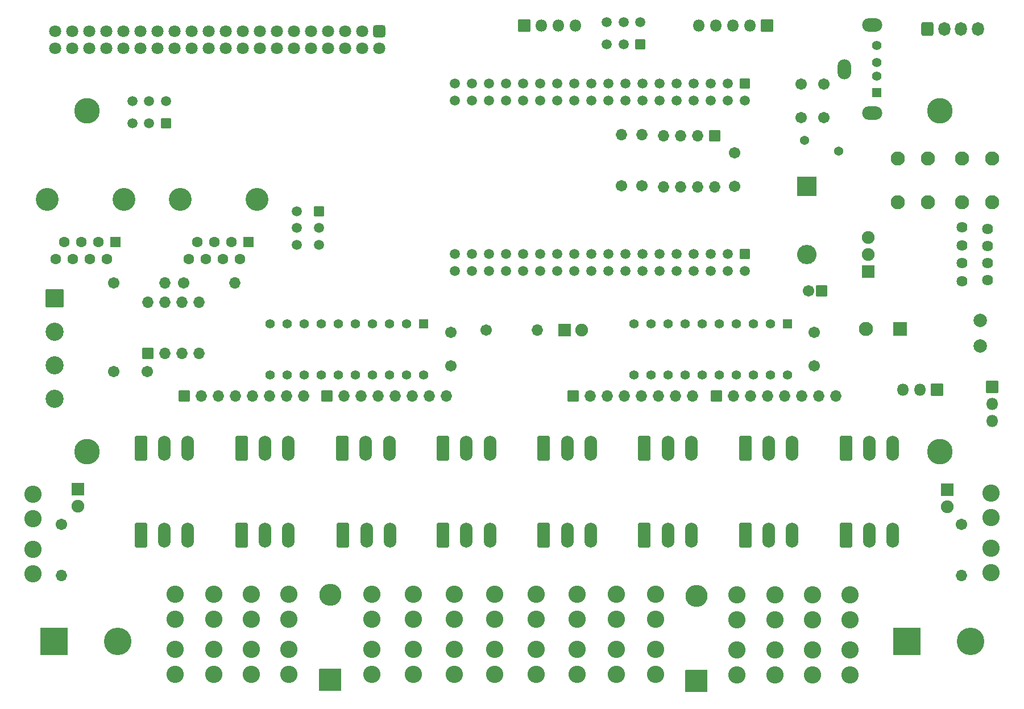
<source format=gbr>
%TF.GenerationSoftware,KiCad,Pcbnew,(6.0.9)*%
%TF.CreationDate,2023-01-07T17:50:50-05:00*%
%TF.ProjectId,PB_16,50425f31-362e-46b6-9963-61645f706362,v1.0h*%
%TF.SameCoordinates,Original*%
%TF.FileFunction,Soldermask,Top*%
%TF.FilePolarity,Negative*%
%FSLAX46Y46*%
G04 Gerber Fmt 4.6, Leading zero omitted, Abs format (unit mm)*
G04 Created by KiCad (PCBNEW (6.0.9)) date 2023-01-07 17:50:50*
%MOMM*%
%LPD*%
G01*
G04 APERTURE LIST*
G04 Aperture macros list*
%AMRoundRect*
0 Rectangle with rounded corners*
0 $1 Rounding radius*
0 $2 $3 $4 $5 $6 $7 $8 $9 X,Y pos of 4 corners*
0 Add a 4 corners polygon primitive as box body*
4,1,4,$2,$3,$4,$5,$6,$7,$8,$9,$2,$3,0*
0 Add four circle primitives for the rounded corners*
1,1,$1+$1,$2,$3*
1,1,$1+$1,$4,$5*
1,1,$1+$1,$6,$7*
1,1,$1+$1,$8,$9*
0 Add four rect primitives between the rounded corners*
20,1,$1+$1,$2,$3,$4,$5,0*
20,1,$1+$1,$4,$5,$6,$7,0*
20,1,$1+$1,$6,$7,$8,$9,0*
20,1,$1+$1,$8,$9,$2,$3,0*%
G04 Aperture macros list end*
%ADD10RoundRect,0.051000X-0.900000X0.900000X-0.900000X-0.900000X0.900000X-0.900000X0.900000X0.900000X0*%
%ADD11C,1.902000*%
%ADD12C,1.626000*%
%ADD13RoundRect,0.301000X-0.600000X0.600000X-0.600000X-0.600000X0.600000X-0.600000X0.600000X0.600000X0*%
%ADD14C,1.802000*%
%ADD15RoundRect,0.051000X0.800000X0.800000X-0.800000X0.800000X-0.800000X-0.800000X0.800000X-0.800000X0*%
%ADD16C,1.702000*%
%ADD17RoundRect,0.301000X-0.650000X-1.550000X0.650000X-1.550000X0.650000X1.550000X-0.650000X1.550000X0*%
%ADD18O,1.902000X3.702000*%
%ADD19RoundRect,0.051000X-0.647700X0.647700X-0.647700X-0.647700X0.647700X-0.647700X0.647700X0.647700X0*%
%ADD20C,1.397400*%
%ADD21C,2.577000*%
%ADD22RoundRect,0.051000X1.600000X-1.600000X1.600000X1.600000X-1.600000X1.600000X-1.600000X-1.600000X0*%
%ADD23O,3.302000X3.302000*%
%ADD24C,3.802000*%
%ADD25RoundRect,0.051000X-0.800000X-0.800000X0.800000X-0.800000X0.800000X0.800000X-0.800000X0.800000X0*%
%ADD26O,1.702000X1.702000*%
%ADD27RoundRect,0.051000X0.650000X-0.650000X0.650000X0.650000X-0.650000X0.650000X-0.650000X-0.650000X0*%
%ADD28C,1.402000*%
%ADD29O,3.002000X2.002000*%
%ADD30O,2.002000X3.002000*%
%ADD31RoundRect,0.051000X-0.850000X0.850000X-0.850000X-0.850000X0.850000X-0.850000X0.850000X0.850000X0*%
%ADD32O,1.802000X1.802000*%
%ADD33C,1.372000*%
%ADD34RoundRect,0.051000X-0.700000X0.700000X-0.700000X-0.700000X0.700000X-0.700000X0.700000X0.700000X0*%
%ADD35C,1.502000*%
%ADD36RoundRect,0.051000X-0.704000X0.704000X-0.704000X-0.704000X0.704000X-0.704000X0.704000X0.704000X0*%
%ADD37C,1.510000*%
%ADD38RoundRect,0.051000X0.850000X-0.850000X0.850000X0.850000X-0.850000X0.850000X-0.850000X-0.850000X0*%
%ADD39C,3.404000*%
%ADD40RoundRect,0.051000X0.750000X0.750000X-0.750000X0.750000X-0.750000X-0.750000X0.750000X-0.750000X0*%
%ADD41C,1.602000*%
%ADD42RoundRect,0.051000X-0.900000X-0.900000X0.900000X-0.900000X0.900000X0.900000X-0.900000X0.900000X0*%
%ADD43RoundRect,0.301000X-0.600000X-0.725000X0.600000X-0.725000X0.600000X0.725000X-0.600000X0.725000X0*%
%ADD44O,1.802000X2.052000*%
%ADD45RoundRect,0.051000X0.700000X0.700000X-0.700000X0.700000X-0.700000X-0.700000X0.700000X-0.700000X0*%
%ADD46RoundRect,0.051000X-0.850000X-0.850000X0.850000X-0.850000X0.850000X0.850000X-0.850000X0.850000X0*%
%ADD47C,2.006000*%
%ADD48RoundRect,0.051000X1.000000X1.000000X-1.000000X1.000000X-1.000000X-1.000000X1.000000X-1.000000X0*%
%ADD49C,2.102000*%
%ADD50RoundRect,0.051000X-0.800000X0.800000X-0.800000X-0.800000X0.800000X-0.800000X0.800000X0.800000X0*%
%ADD51RoundRect,0.051000X-1.300000X1.300000X-1.300000X-1.300000X1.300000X-1.300000X1.300000X1.300000X0*%
%ADD52C,2.702000*%
%ADD53RoundRect,0.051000X0.800000X-0.800000X0.800000X0.800000X-0.800000X0.800000X-0.800000X-0.800000X0*%
%ADD54RoundRect,0.051000X-1.400000X1.400000X-1.400000X-1.400000X1.400000X-1.400000X1.400000X1.400000X0*%
%ADD55O,2.902000X2.902000*%
%ADD56RoundRect,0.051000X-2.000000X-2.000000X2.000000X-2.000000X2.000000X2.000000X-2.000000X2.000000X0*%
%ADD57C,4.102000*%
G04 APERTURE END LIST*
D10*
%TO.C,U2*%
X-3698200Y39365700D03*
D11*
X-3698200Y41905700D03*
X-3698200Y44445700D03*
D12*
X14081800Y45715700D03*
X14081800Y43175700D03*
X14081800Y40635700D03*
X14081800Y38095700D03*
X10271800Y45947640D03*
X10271800Y43252700D03*
X10271800Y40558700D03*
X10271800Y37863760D03*
%TD*%
D13*
%TO.C,J24*%
X-76554600Y75114900D03*
D14*
X-76554600Y72574900D03*
X-79094600Y75114900D03*
X-79094600Y72574900D03*
X-81634600Y75114900D03*
X-81634600Y72574900D03*
X-84174600Y75114900D03*
X-84174600Y72574900D03*
X-86714600Y75114900D03*
X-86714600Y72574900D03*
X-89254600Y75114900D03*
X-89254600Y72574900D03*
X-91794600Y75114900D03*
X-91794600Y72574900D03*
X-94334600Y75114900D03*
X-94334600Y72574900D03*
X-96874600Y75114900D03*
X-96874600Y72574900D03*
X-99414600Y75114900D03*
X-99414600Y72574900D03*
X-101954600Y75114900D03*
X-101954600Y72574900D03*
X-104494600Y75114900D03*
X-104494600Y72574900D03*
X-107034600Y75114900D03*
X-107034600Y72574900D03*
X-109574600Y75114900D03*
X-109574600Y72574900D03*
X-112114600Y75114900D03*
X-112114600Y72574900D03*
X-114654600Y75114900D03*
X-114654600Y72574900D03*
X-117194600Y75114900D03*
X-117194600Y72574900D03*
X-119734600Y75114900D03*
X-119734600Y72574900D03*
X-122274600Y75114900D03*
X-122274600Y72574900D03*
X-124814600Y75114900D03*
X-124814600Y72574900D03*
%TD*%
D15*
%TO.C,C2*%
X-10631088Y36445700D03*
D16*
X-12631088Y36445700D03*
%TD*%
%TO.C,C4*%
X-11734800Y25298400D03*
X-11734800Y30298400D03*
%TD*%
D17*
%TO.C,J2*%
X-112017200Y3500D03*
D18*
X-108517200Y3500D03*
X-105017200Y3500D03*
%TD*%
D17*
%TO.C,J5*%
X-82017200Y13003500D03*
D18*
X-78517200Y13003500D03*
X-75017200Y13003500D03*
%TD*%
D17*
%TO.C,J6*%
X-81902858Y3500D03*
D18*
X-78402858Y3500D03*
X-74902858Y3500D03*
%TD*%
D17*
%TO.C,J7*%
X-67017200Y13003500D03*
D18*
X-63517200Y13003500D03*
X-60017200Y13003500D03*
%TD*%
D17*
%TO.C,J8*%
X-67017200Y3500D03*
D18*
X-63517200Y3500D03*
X-60017200Y3500D03*
%TD*%
D17*
%TO.C,J9*%
X-52017200Y13003500D03*
D18*
X-48517200Y13003500D03*
X-45017200Y13003500D03*
%TD*%
D17*
%TO.C,J10*%
X-52017200Y3500D03*
D18*
X-48517200Y3500D03*
X-45017200Y3500D03*
%TD*%
D17*
%TO.C,J11*%
X-37017200Y13003500D03*
D18*
X-33517200Y13003500D03*
X-30017200Y13003500D03*
%TD*%
D17*
%TO.C,J12*%
X-37017200Y3500D03*
D18*
X-33517200Y3500D03*
X-30017200Y3500D03*
%TD*%
D17*
%TO.C,J13*%
X-22017200Y13003500D03*
D18*
X-18517200Y13003500D03*
X-15017200Y13003500D03*
%TD*%
D17*
%TO.C,J14*%
X-22017200Y3500D03*
D18*
X-18517200Y3500D03*
X-15017200Y3500D03*
%TD*%
D17*
%TO.C,J15*%
X-7017200Y13003500D03*
D18*
X-3517200Y13003500D03*
X-17200Y13003500D03*
%TD*%
D17*
%TO.C,J16*%
X-7017200Y3500D03*
D18*
X-3517200Y3500D03*
X-17200Y3500D03*
%TD*%
D19*
%TO.C,U4*%
X-15694600Y31534900D03*
D20*
X-18234600Y31534900D03*
X-20774600Y31534900D03*
X-23314600Y31534900D03*
X-25854600Y31534900D03*
X-28394600Y31534900D03*
X-30934600Y31534900D03*
X-33474600Y31534900D03*
X-36014600Y31534900D03*
X-38554600Y31534900D03*
X-38554600Y23914900D03*
X-36014600Y23914900D03*
X-33474600Y23914900D03*
X-30934600Y23914900D03*
X-28394600Y23914900D03*
X-25854600Y23914900D03*
X-23314600Y23914900D03*
X-20774600Y23914900D03*
X-18234600Y23914900D03*
X-15694600Y23914900D03*
%TD*%
D21*
%TO.C,F1*%
X-106894600Y-20685100D03*
X-106894600Y-16985100D03*
X-106894600Y-12485100D03*
X-106894600Y-8785100D03*
%TD*%
%TO.C,F7*%
X-65324600Y-20695100D03*
X-65324600Y-16995100D03*
X-65324600Y-12495100D03*
X-65324600Y-8795100D03*
%TD*%
%TO.C,F14*%
X-17564100Y-20760100D03*
X-17564100Y-17060100D03*
X-17564100Y-12560100D03*
X-17564100Y-8860100D03*
%TD*%
D22*
%TO.C,D2*%
X-29269600Y-21701500D03*
D23*
X-29269600Y-9001500D03*
%TD*%
D24*
%TO.C,REF\u002A\u002A*%
X7010400Y12484900D03*
%TD*%
D16*
%TO.C,C3*%
X-65874900Y25273000D03*
X-65874900Y30273000D03*
%TD*%
D21*
%TO.C,F2*%
X-101149600Y-20700100D03*
X-101149600Y-17000100D03*
X-101149600Y-12500100D03*
X-101149600Y-8800100D03*
%TD*%
%TO.C,F6*%
X-71444600Y-20695100D03*
X-71444600Y-16995100D03*
X-71444600Y-12495100D03*
X-71444600Y-8795100D03*
%TD*%
%TO.C,F8*%
X-59324100Y-20695100D03*
X-59324100Y-16995100D03*
X-59324100Y-12495100D03*
X-59324100Y-8795100D03*
%TD*%
%TO.C,F9*%
X-53114600Y-20695100D03*
X-53114600Y-16995100D03*
X-53114600Y-12495100D03*
X-53114600Y-8795100D03*
%TD*%
%TO.C,F10*%
X-47054600Y-20695100D03*
X-47054600Y-16995100D03*
X-47054600Y-12495100D03*
X-47054600Y-8795100D03*
%TD*%
%TO.C,F16*%
X-6388100Y-20760100D03*
X-6388100Y-17060100D03*
X-6388100Y-12560100D03*
X-6388100Y-8860100D03*
%TD*%
%TO.C,F5*%
X-77604600Y-20695100D03*
X-77604600Y-16995100D03*
X-77604600Y-12495100D03*
X-77604600Y-8795100D03*
%TD*%
%TO.C,F3*%
X-95549600Y-20700100D03*
X-95549600Y-17000100D03*
X-95549600Y-12500100D03*
X-95549600Y-8800100D03*
%TD*%
%TO.C,F13*%
X-23269600Y-20760100D03*
X-23269600Y-17060100D03*
X-23269600Y-12560100D03*
X-23269600Y-8860100D03*
%TD*%
D25*
%TO.C,RN1*%
X-105555700Y20789900D03*
D26*
X-103015700Y20789900D03*
X-100475700Y20789900D03*
X-97935700Y20789900D03*
X-95395700Y20789900D03*
X-92855700Y20789900D03*
X-90315700Y20789900D03*
X-87775700Y20789900D03*
%TD*%
D21*
%TO.C,F11*%
X-41174600Y-20695100D03*
X-41174600Y-16995100D03*
X-41174600Y-12495100D03*
X-41174600Y-8795100D03*
%TD*%
D25*
%TO.C,RN3*%
X-47631000Y20789900D03*
D26*
X-45091000Y20789900D03*
X-42551000Y20789900D03*
X-40011000Y20789900D03*
X-37471000Y20789900D03*
X-34931000Y20789900D03*
X-32391000Y20789900D03*
X-29851000Y20789900D03*
%TD*%
D25*
%TO.C,RN4*%
X-26304600Y20789900D03*
D26*
X-23764600Y20789900D03*
X-21224600Y20789900D03*
X-18684600Y20789900D03*
X-16144600Y20789900D03*
X-13604600Y20789900D03*
X-11064600Y20789900D03*
X-8524600Y20789900D03*
%TD*%
D25*
%TO.C,RN2*%
X-84264500Y20789900D03*
D26*
X-81724500Y20789900D03*
X-79184500Y20789900D03*
X-76644500Y20789900D03*
X-74104500Y20789900D03*
X-71564500Y20789900D03*
X-69024500Y20789900D03*
X-66484500Y20789900D03*
%TD*%
D21*
%TO.C,F4*%
X-89949600Y-20700100D03*
X-89949600Y-17000100D03*
X-89949600Y-12500100D03*
X-89949600Y-8800100D03*
%TD*%
D17*
%TO.C,J1*%
X-112017200Y13003500D03*
D18*
X-108517200Y13003500D03*
X-105017200Y13003500D03*
%TD*%
D17*
%TO.C,J3*%
X-97017200Y13003500D03*
D18*
X-93517200Y13003500D03*
X-90017200Y13003500D03*
%TD*%
D17*
%TO.C,J4*%
X-97017200Y3500D03*
D18*
X-93517200Y3500D03*
X-90017200Y3500D03*
%TD*%
D22*
%TO.C,D1*%
X-83784600Y-21565100D03*
D23*
X-83784600Y-8865100D03*
%TD*%
D27*
%TO.C,J19*%
X-2467400Y65989900D03*
D28*
X-2467400Y68489900D03*
X-2467400Y70489900D03*
X-2467400Y72989900D03*
D29*
X-3067400Y62919900D03*
D30*
X-7247400Y69489900D03*
D29*
X-3067400Y76059900D03*
%TD*%
D16*
%TO.C,R1*%
X-116066200Y37635700D03*
D26*
X-108446200Y37635700D03*
%TD*%
D16*
%TO.C,R2*%
X-105616200Y37635700D03*
D26*
X-97996200Y37635700D03*
%TD*%
D31*
%TO.C,J25*%
X-18734600Y76024900D03*
D32*
X-21274600Y76024900D03*
X-23814600Y76024900D03*
X-26354600Y76024900D03*
X-28894600Y76024900D03*
%TD*%
D21*
%TO.C,F15*%
X-11976100Y-20760100D03*
X-11976100Y-17060100D03*
X-11976100Y-12560100D03*
X-11976100Y-8860100D03*
%TD*%
%TO.C,F12*%
X-35356100Y-20695100D03*
X-35356100Y-16995100D03*
X-35356100Y-12495100D03*
X-35356100Y-8795100D03*
%TD*%
D24*
%TO.C,REF\u002A\u002A*%
X7010400Y63284900D03*
%TD*%
D19*
%TO.C,U3*%
X-69944600Y31534900D03*
D20*
X-72484600Y31534900D03*
X-75024600Y31534900D03*
X-77564600Y31534900D03*
X-80104600Y31534900D03*
X-82644600Y31534900D03*
X-85184600Y31534900D03*
X-87724600Y31534900D03*
X-90264600Y31534900D03*
X-92804600Y31534900D03*
X-92804600Y23914900D03*
X-90264600Y23914900D03*
X-87724600Y23914900D03*
X-85184600Y23914900D03*
X-82644600Y23914900D03*
X-80104600Y23914900D03*
X-77564600Y23914900D03*
X-75024600Y23914900D03*
X-72484600Y23914900D03*
X-69944600Y23914900D03*
%TD*%
D33*
%TO.C,F19*%
X-8066200Y57285700D03*
X-13166200Y58885700D03*
%TD*%
D34*
%TO.C,SW1*%
X-85473400Y48326900D03*
D35*
X-85473400Y45826900D03*
X-85473400Y43326900D03*
X-88773400Y48326900D03*
X-88773400Y45826900D03*
X-88773400Y43326900D03*
%TD*%
D16*
%TO.C,C6*%
X-10341400Y67284900D03*
X-10341400Y62284900D03*
%TD*%
%TO.C,C7*%
X-13674600Y62294900D03*
X-13674600Y67294900D03*
%TD*%
D36*
%TO.C,U1*%
X-22081500Y67318300D03*
D37*
X-22081500Y64778300D03*
X-24621500Y67318300D03*
X-24621500Y64778300D03*
X-27161500Y67318300D03*
X-27161500Y64778300D03*
X-29701500Y67318300D03*
X-29701500Y64778300D03*
X-32241500Y67318300D03*
X-32241500Y64778300D03*
X-34781500Y67318300D03*
X-34781500Y64778300D03*
X-37321500Y67318300D03*
X-37321500Y64778300D03*
X-39861500Y67318300D03*
X-39861500Y64778300D03*
X-42401500Y67318300D03*
X-42401500Y64778300D03*
X-44941500Y67318300D03*
X-44941500Y64778300D03*
X-47481500Y67318300D03*
X-47481500Y64778300D03*
X-50021500Y67318300D03*
X-50021500Y64778300D03*
X-52561500Y67318300D03*
X-52561500Y64778300D03*
X-55101500Y67318300D03*
X-55101500Y64778300D03*
X-57641500Y67318300D03*
X-57641500Y64778300D03*
X-60181500Y67318300D03*
X-60181500Y64778300D03*
X-62721500Y67318300D03*
X-62721500Y64778300D03*
X-65261500Y67318300D03*
X-65261500Y64778300D03*
D36*
X-22081500Y41918300D03*
D37*
X-22081500Y39378300D03*
X-24621500Y41918300D03*
X-24621500Y39378300D03*
X-27161500Y41918300D03*
X-27161500Y39378300D03*
X-29701500Y41918300D03*
X-29701500Y39378300D03*
X-32241500Y41918300D03*
X-32241500Y39378300D03*
X-34781500Y41918300D03*
X-34781500Y39378300D03*
X-37321500Y41918300D03*
X-37321500Y39378300D03*
X-39861500Y41918300D03*
X-39861500Y39378300D03*
X-42401500Y41918300D03*
X-42401500Y39378300D03*
X-44941500Y41918300D03*
X-44941500Y39378300D03*
X-47481500Y41918300D03*
X-47481500Y39378300D03*
X-50021500Y41918300D03*
X-50021500Y39378300D03*
X-52561500Y41918300D03*
X-52561500Y39378300D03*
X-55101500Y41918300D03*
X-55101500Y39378300D03*
X-57641500Y41918300D03*
X-57641500Y39378300D03*
X-60181500Y41918300D03*
X-60181500Y39378300D03*
X-62721500Y41918300D03*
X-62721500Y39378300D03*
X-65261500Y41918300D03*
X-65261500Y39378300D03*
%TD*%
D38*
%TO.C,J26*%
X-54924600Y76024900D03*
D32*
X-52384600Y76024900D03*
X-49844600Y76024900D03*
X-47304600Y76024900D03*
%TD*%
D39*
%TO.C,J21*%
X-106126200Y50085700D03*
X-94696200Y50085700D03*
D40*
X-95966200Y43735700D03*
D41*
X-97236200Y41195700D03*
X-98506200Y43735700D03*
X-99776200Y41195700D03*
X-101046200Y43735700D03*
X-102316200Y41195700D03*
X-103586200Y43735700D03*
X-104856200Y41195700D03*
%TD*%
D10*
%TO.C,D5*%
X-121397000Y6899500D03*
D11*
X-121397000Y4359500D03*
%TD*%
D10*
%TO.C,D6*%
X8055000Y6772500D03*
D11*
X8055000Y4232500D03*
%TD*%
D24*
%TO.C,REF\u002A\u002A*%
X-119989600Y12484900D03*
%TD*%
D16*
%TO.C,R4*%
X-123816200Y1635700D03*
D26*
X-123816200Y-5984300D03*
%TD*%
D16*
%TO.C,R5*%
X10183800Y1635700D03*
D26*
X10183800Y-5984300D03*
%TD*%
D31*
%TO.C,J23*%
X6533600Y21744300D03*
D32*
X3993600Y21744300D03*
X1453600Y21744300D03*
%TD*%
D42*
%TO.C,D4*%
X-48921200Y30605700D03*
D11*
X-46381200Y30605700D03*
%TD*%
D16*
%TO.C,R3*%
X-60576200Y30625700D03*
D26*
X-52956200Y30625700D03*
%TD*%
D43*
%TO.C,J27*%
X5116600Y75508900D03*
D44*
X7616600Y75508900D03*
X10116600Y75508900D03*
X12616600Y75508900D03*
%TD*%
D45*
%TO.C,SW2*%
X-37621000Y73218900D03*
D35*
X-40121000Y73218900D03*
X-42621000Y73218900D03*
X-37621000Y76518900D03*
X-40121000Y76518900D03*
X-42621000Y76518900D03*
%TD*%
D21*
%TO.C,F17*%
X14558800Y-5578300D03*
X14558800Y-1878300D03*
X14558800Y2621700D03*
X14558800Y6321700D03*
%TD*%
D46*
%TO.C,J29*%
X14716400Y22150700D03*
D32*
X14716400Y19610700D03*
X14716400Y17070700D03*
%TD*%
D47*
%TO.C,J28*%
X12959259Y28240340D03*
X12959259Y32050340D03*
%TD*%
D48*
%TO.C,C1*%
X1001600Y30735900D03*
D49*
X-3998400Y30735900D03*
%TD*%
D16*
%TO.C,R6*%
X-37366200Y52085700D03*
D26*
X-37366200Y59705700D03*
%TD*%
D16*
%TO.C,R7*%
X-40466200Y52085700D03*
D26*
X-40466200Y59705700D03*
%TD*%
D50*
%TO.C,U6*%
X-26566200Y59585700D03*
D26*
X-29106200Y59585700D03*
X-31646200Y59585700D03*
X-34186200Y59585700D03*
X-34186200Y51965700D03*
X-31646200Y51965700D03*
X-29106200Y51965700D03*
X-26566200Y51965700D03*
%TD*%
D16*
%TO.C,C8*%
X-23566200Y51985700D03*
X-23566200Y56985700D03*
%TD*%
D49*
%TO.C,SW4*%
X5183800Y49685700D03*
X5183800Y56185700D03*
X683800Y56185700D03*
X683800Y49685700D03*
%TD*%
%TO.C,SW5*%
X14783800Y56185700D03*
X14783800Y49685700D03*
X10283800Y49685700D03*
X10283800Y56185700D03*
%TD*%
D16*
%TO.C,C5*%
X-111016200Y24385700D03*
X-116016200Y24385700D03*
%TD*%
D51*
%TO.C,J22*%
X-124816200Y35385700D03*
D52*
X-124816200Y30385700D03*
X-124816200Y25385700D03*
X-124816200Y20385700D03*
%TD*%
D53*
%TO.C,U5*%
X-111006200Y27135700D03*
D26*
X-108466200Y27135700D03*
X-105926200Y27135700D03*
X-103386200Y27135700D03*
X-103386200Y34755700D03*
X-105926200Y34755700D03*
X-108466200Y34755700D03*
X-111006200Y34755700D03*
%TD*%
D39*
%TO.C,J20*%
X-114546200Y50085700D03*
X-125976200Y50085700D03*
D40*
X-115816200Y43735700D03*
D41*
X-117086200Y41195700D03*
X-118356200Y43735700D03*
X-119626200Y41195700D03*
X-120896200Y43735700D03*
X-122166200Y41195700D03*
X-123436200Y43735700D03*
X-124706200Y41195700D03*
%TD*%
D54*
%TO.C,D3*%
X-12806200Y51995700D03*
D55*
X-12806200Y41835700D03*
%TD*%
D56*
%TO.C,J18*%
X2053200Y-15813900D03*
D57*
X11553200Y-15813900D03*
%TD*%
D56*
%TO.C,J17*%
X-124946800Y-15813900D03*
D57*
X-115446800Y-15813900D03*
%TD*%
D24*
%TO.C,REF\u002A\u002A*%
X-119989600Y63284900D03*
%TD*%
D45*
%TO.C,SW3*%
X-108266200Y61435700D03*
D35*
X-110766200Y61435700D03*
X-113266200Y61435700D03*
X-108266200Y64735700D03*
X-110766200Y64735700D03*
X-113266200Y64735700D03*
%TD*%
D21*
%TO.C,F18*%
X-128066200Y-5735100D03*
X-128066200Y-2035100D03*
X-128066200Y2464900D03*
X-128066200Y6164900D03*
%TD*%
M02*

</source>
